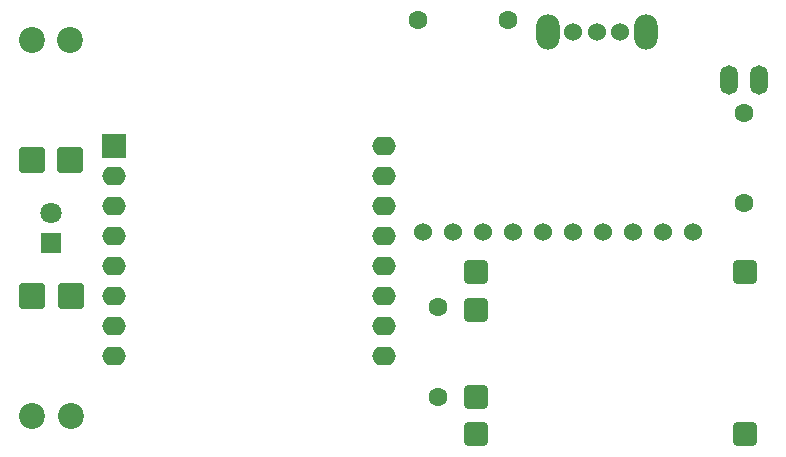
<source format=gbr>
%TF.GenerationSoftware,KiCad,Pcbnew,9.0.2*%
%TF.CreationDate,2025-06-21T17:34:22-04:00*%
%TF.ProjectId,CVISS_IMU_Tracker_Board,43564953-535f-4494-9d55-5f547261636b,rev?*%
%TF.SameCoordinates,Original*%
%TF.FileFunction,Soldermask,Top*%
%TF.FilePolarity,Negative*%
%FSLAX46Y46*%
G04 Gerber Fmt 4.6, Leading zero omitted, Abs format (unit mm)*
G04 Created by KiCad (PCBNEW 9.0.2) date 2025-06-21 17:34:22*
%MOMM*%
%LPD*%
G01*
G04 APERTURE LIST*
G04 Aperture macros list*
%AMRoundRect*
0 Rectangle with rounded corners*
0 $1 Rounding radius*
0 $2 $3 $4 $5 $6 $7 $8 $9 X,Y pos of 4 corners*
0 Add a 4 corners polygon primitive as box body*
4,1,4,$2,$3,$4,$5,$6,$7,$8,$9,$2,$3,0*
0 Add four circle primitives for the rounded corners*
1,1,$1+$1,$2,$3*
1,1,$1+$1,$4,$5*
1,1,$1+$1,$6,$7*
1,1,$1+$1,$8,$9*
0 Add four rect primitives between the rounded corners*
20,1,$1+$1,$2,$3,$4,$5,0*
20,1,$1+$1,$4,$5,$6,$7,0*
20,1,$1+$1,$6,$7,$8,$9,0*
20,1,$1+$1,$8,$9,$2,$3,0*%
G04 Aperture macros list end*
%ADD10RoundRect,0.249999X-0.850001X0.850001X-0.850001X-0.850001X0.850001X-0.850001X0.850001X0.850001X0*%
%ADD11C,2.200000*%
%ADD12C,1.600000*%
%ADD13RoundRect,0.300000X-0.700000X-0.700000X0.700000X-0.700000X0.700000X0.700000X-0.700000X0.700000X0*%
%ADD14R,2.000000X2.000000*%
%ADD15O,2.000000X1.600000*%
%ADD16C,1.530000*%
%ADD17R,1.800000X1.800000*%
%ADD18C,1.800000*%
%ADD19RoundRect,0.249999X0.850001X-0.850001X0.850001X0.850001X-0.850001X0.850001X-0.850001X-0.850001X0*%
%ADD20O,1.500000X2.500000*%
%ADD21O,2.000000X3.000000*%
G04 APERTURE END LIST*
D10*
%TO.C,D3*%
X128250000Y-109320000D03*
D11*
X128250000Y-119480000D03*
%TD*%
D12*
%TO.C,R2*%
X165310000Y-85950000D03*
X157690000Y-85950000D03*
%TD*%
D13*
%TO.C,U3*%
X162600000Y-121010000D03*
X162600000Y-117810000D03*
X162600000Y-110510000D03*
X162600000Y-107310000D03*
X185300000Y-121010000D03*
X185300000Y-107310000D03*
%TD*%
D14*
%TO.C,U1*%
X131905000Y-96570000D03*
D15*
X131905000Y-99110000D03*
X131905000Y-101650000D03*
X131905000Y-104190000D03*
X131905000Y-106730000D03*
X131905000Y-109270000D03*
X131905000Y-111810000D03*
X131905000Y-114350000D03*
X154765000Y-114350000D03*
X154765000Y-111810000D03*
X154765000Y-109270000D03*
X154765000Y-106730000D03*
X154765000Y-104190000D03*
X154765000Y-101650000D03*
X154765000Y-99110000D03*
X154765000Y-96570000D03*
%TD*%
D16*
%TO.C,U2*%
X158120000Y-103920000D03*
X160660000Y-103920000D03*
X163200000Y-103920000D03*
X165740000Y-103920000D03*
X168280000Y-103920000D03*
X170820000Y-103920000D03*
X173360000Y-103920000D03*
X175900000Y-103920000D03*
X178440000Y-103920000D03*
X180980000Y-103920000D03*
%TD*%
D17*
%TO.C,D5*%
X126590000Y-104835000D03*
D18*
X126590000Y-102295000D03*
%TD*%
D19*
%TO.C,D1*%
X124950000Y-97790000D03*
D11*
X124950000Y-87630000D03*
%TD*%
D10*
%TO.C,D2*%
X125000000Y-109320000D03*
D11*
X125000000Y-119480000D03*
%TD*%
D12*
%TO.C,R1*%
X185220000Y-101450000D03*
X185220000Y-93830000D03*
%TD*%
D20*
%TO.C,U4*%
X186490000Y-91040000D03*
X183990000Y-91040000D03*
%TD*%
D12*
%TO.C,R3*%
X159330000Y-117890000D03*
X159330000Y-110270000D03*
%TD*%
D19*
%TO.C,D4*%
X128200000Y-97790000D03*
D11*
X128200000Y-87630000D03*
%TD*%
D16*
%TO.C,SW1*%
X172800000Y-86920000D03*
X170800000Y-86920000D03*
D21*
X168650000Y-86920000D03*
D16*
X174800000Y-86920000D03*
D21*
X176950000Y-86920000D03*
%TD*%
M02*

</source>
